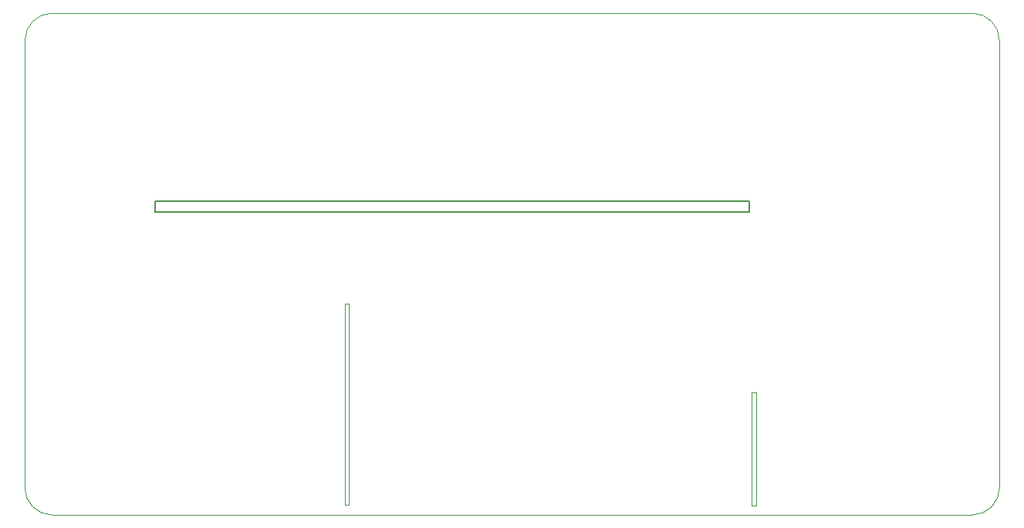
<source format=gbr>
%TF.GenerationSoftware,KiCad,Pcbnew,8.0.3*%
%TF.CreationDate,2024-10-20T11:10:21+02:00*%
%TF.ProjectId,diyBMS_CurrentVoltage_ADS1115,64697942-4d53-45f4-9375-7272656e7456,rev?*%
%TF.SameCoordinates,Original*%
%TF.FileFunction,Profile,NP*%
%FSLAX46Y46*%
G04 Gerber Fmt 4.6, Leading zero omitted, Abs format (unit mm)*
G04 Created by KiCad (PCBNEW 8.0.3) date 2024-10-20 11:10:21*
%MOMM*%
%LPD*%
G01*
G04 APERTURE LIST*
%TA.AperFunction,Profile*%
%ADD10C,0.100000*%
%TD*%
%TA.AperFunction,Profile*%
%ADD11C,0.200000*%
%TD*%
G04 APERTURE END LIST*
D10*
X80772000Y-108506000D02*
X80772000Y-59388000D01*
X187706000Y-59388000D02*
X187706000Y-108506000D01*
X187706000Y-108506000D02*
G75*
G02*
X184706000Y-111506000I-3000000J0D01*
G01*
X80772000Y-59388000D02*
G75*
G02*
X83772000Y-56388000I3000000J0D01*
G01*
D11*
X95046800Y-77063600D02*
X160274000Y-77063600D01*
X160274000Y-78257400D01*
X95046800Y-78257400D01*
X95046800Y-77063600D01*
D10*
X160500000Y-98000000D02*
X161000000Y-98000000D01*
X161000000Y-110500000D01*
X160500000Y-110500000D01*
X160500000Y-98000000D01*
X115866400Y-88265000D02*
X116298200Y-88265000D01*
X116298200Y-110388400D01*
X115866400Y-110388400D01*
X115866400Y-88265000D01*
X184706000Y-111506000D02*
X83772000Y-111506000D01*
X184706000Y-56388000D02*
G75*
G02*
X187706000Y-59388000I0J-3000000D01*
G01*
X83772000Y-111506000D02*
G75*
G02*
X80772000Y-108506000I0J3000000D01*
G01*
X83772000Y-56388000D02*
X184706000Y-56388000D01*
M02*

</source>
